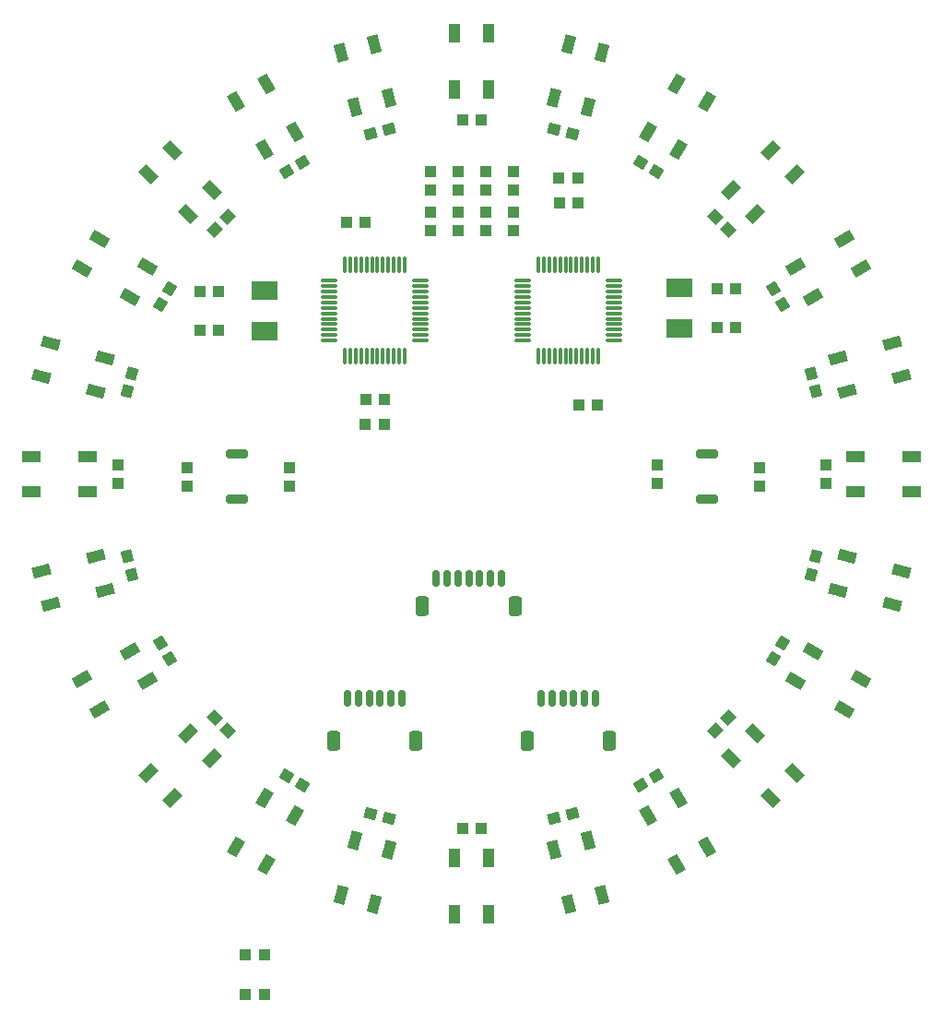
<source format=gtp>
%TF.GenerationSoftware,KiCad,Pcbnew,(6.0.0-0)*%
%TF.CreationDate,2022-03-22T21:17:40+08:00*%
%TF.ProjectId,layer4,6c617965-7234-42e6-9b69-6361645f7063,rev?*%
%TF.SameCoordinates,Original*%
%TF.FileFunction,Paste,Top*%
%TF.FilePolarity,Positive*%
%FSLAX46Y46*%
G04 Gerber Fmt 4.6, Leading zero omitted, Abs format (unit mm)*
G04 Created by KiCad (PCBNEW (6.0.0-0)) date 2022-03-22 21:17:40*
%MOMM*%
%LPD*%
G01*
G04 APERTURE LIST*
G04 Aperture macros list*
%AMRoundRect*
0 Rectangle with rounded corners*
0 $1 Rounding radius*
0 $2 $3 $4 $5 $6 $7 $8 $9 X,Y pos of 4 corners*
0 Add a 4 corners polygon primitive as box body*
4,1,4,$2,$3,$4,$5,$6,$7,$8,$9,$2,$3,0*
0 Add four circle primitives for the rounded corners*
1,1,$1+$1,$2,$3*
1,1,$1+$1,$4,$5*
1,1,$1+$1,$6,$7*
1,1,$1+$1,$8,$9*
0 Add four rect primitives between the rounded corners*
20,1,$1+$1,$2,$3,$4,$5,0*
20,1,$1+$1,$4,$5,$6,$7,0*
20,1,$1+$1,$6,$7,$8,$9,0*
20,1,$1+$1,$8,$9,$2,$3,0*%
%AMRotRect*
0 Rectangle, with rotation*
0 The origin of the aperture is its center*
0 $1 length*
0 $2 width*
0 $3 Rotation angle, in degrees counterclockwise*
0 Add horizontal line*
21,1,$1,$2,0,0,$3*%
G04 Aperture macros list end*
%ADD10R,1.099820X0.998220*%
%ADD11RotRect,1.099820X0.998220X255.000000*%
%ADD12RotRect,1.651000X0.998220X195.000000*%
%ADD13RotRect,1.099820X0.998220X345.000000*%
%ADD14R,0.998220X1.651000*%
%ADD15RoundRect,0.150000X0.150000X0.625000X-0.150000X0.625000X-0.150000X-0.625000X0.150000X-0.625000X0*%
%ADD16RoundRect,0.250000X0.350000X0.650000X-0.350000X0.650000X-0.350000X-0.650000X0.350000X-0.650000X0*%
%ADD17RotRect,1.099820X0.998220X315.000000*%
%ADD18RotRect,1.651000X0.998220X165.000000*%
%ADD19RotRect,1.651000X0.998220X45.000000*%
%ADD20R,0.998220X1.099820*%
%ADD21RotRect,1.099820X0.998220X30.000000*%
%ADD22RotRect,1.099820X0.998220X135.000000*%
%ADD23R,1.651000X0.998220*%
%ADD24RotRect,1.099820X0.998220X300.000000*%
%ADD25RoundRect,0.200000X0.800000X-0.200000X0.800000X0.200000X-0.800000X0.200000X-0.800000X-0.200000X0*%
%ADD26R,0.998220X0.998220*%
%ADD27RotRect,1.651000X0.998220X345.000000*%
%ADD28RotRect,1.651000X0.998220X150.000000*%
%ADD29RotRect,1.099820X0.998220X330.000000*%
%ADD30RotRect,1.651000X0.998220X75.000000*%
%ADD31RotRect,1.099820X0.998220X210.000000*%
%ADD32RotRect,1.651000X0.998220X285.000000*%
%ADD33RotRect,1.099820X0.998220X75.000000*%
%ADD34RotRect,1.099820X0.998220X225.000000*%
%ADD35RoundRect,0.150000X-0.150000X-0.625000X0.150000X-0.625000X0.150000X0.625000X-0.150000X0.625000X0*%
%ADD36RoundRect,0.250000X-0.350000X-0.650000X0.350000X-0.650000X0.350000X0.650000X-0.350000X0.650000X0*%
%ADD37RotRect,1.099820X0.998220X240.000000*%
%ADD38RotRect,1.651000X0.998220X315.000000*%
%ADD39RotRect,1.651000X0.998220X30.000000*%
%ADD40RotRect,1.099820X0.998220X285.000000*%
%ADD41RoundRect,0.109200X0.670800X-0.030800X0.670800X0.030800X-0.670800X0.030800X-0.670800X-0.030800X0*%
%ADD42RoundRect,0.109200X-0.030800X-0.670800X0.030800X-0.670800X0.030800X0.670800X-0.030800X0.670800X0*%
%ADD43RotRect,1.651000X0.998220X210.000000*%
%ADD44RotRect,1.651000X0.998220X105.000000*%
%ADD45RotRect,1.651000X0.998220X240.000000*%
%ADD46RotRect,1.099820X0.998220X120.000000*%
%ADD47RotRect,1.651000X0.998220X255.000000*%
%ADD48RotRect,1.651000X0.998220X15.000000*%
%ADD49RotRect,1.099820X0.998220X15.000000*%
%ADD50RotRect,1.099820X0.998220X45.000000*%
%ADD51RotRect,1.651000X0.998220X300.000000*%
%ADD52RotRect,1.651000X0.998220X330.000000*%
%ADD53RotRect,1.651000X0.998220X60.000000*%
%ADD54R,2.397760X1.699260*%
%ADD55RotRect,1.651000X0.998220X120.000000*%
%ADD56RotRect,1.099820X0.998220X150.000000*%
%ADD57RotRect,1.099820X0.998220X195.000000*%
%ADD58RotRect,1.099820X0.998220X165.000000*%
%ADD59RotRect,1.651000X0.998220X135.000000*%
%ADD60RotRect,1.099820X0.998220X105.000000*%
%ADD61RotRect,1.099820X0.998220X60.000000*%
%ADD62RoundRect,0.109200X-0.670800X0.030800X-0.670800X-0.030800X0.670800X-0.030800X0.670800X0.030800X0*%
%ADD63RoundRect,0.109200X0.030800X0.670800X-0.030800X0.670800X-0.030800X-0.670800X0.030800X-0.670800X0*%
%ADD64RotRect,1.651000X0.998220X225.000000*%
G04 APERTURE END LIST*
D10*
%TO.C,U1C5*%
X149953980Y-87884000D03*
X148257260Y-87884000D03*
%TD*%
D11*
%TO.C,C18*%
X157353752Y-108941272D03*
X156914608Y-110580178D03*
%TD*%
D10*
%TO.C,C13*%
X126578360Y-133858000D03*
X124881640Y-133858000D03*
%TD*%
D12*
%TO.C,D20*%
X165187734Y-92427351D03*
X164360724Y-89340909D03*
X159385124Y-90674117D03*
X160212134Y-93760559D03*
%TD*%
D13*
%TO.C,C24*%
X133325272Y-69722248D03*
X134964178Y-70161392D03*
%TD*%
D14*
%TO.C,D1*%
X127327660Y-60924440D03*
X124132340Y-60924440D03*
X124132340Y-66075560D03*
X127327660Y-66075560D03*
%TD*%
D15*
%TO.C,L4TRJ1*%
X128476000Y-110943000D03*
X127476000Y-110943000D03*
X126476000Y-110943000D03*
X125476000Y-110943000D03*
X124476000Y-110943000D03*
X123476000Y-110943000D03*
X122476000Y-110943000D03*
D16*
X121176000Y-113468000D03*
X129776000Y-113468000D03*
%TD*%
D17*
%TO.C,C22*%
X148119575Y-77756663D03*
X149319337Y-78956425D03*
%TD*%
D18*
%TO.C,D18*%
X164360724Y-113351091D03*
X165187734Y-110264649D03*
X160212134Y-108931441D03*
X159385124Y-112017883D03*
%TD*%
D19*
%TO.C,D10*%
X96017925Y-128798643D03*
X98277357Y-131058075D03*
X101919749Y-127415683D03*
X99660317Y-125156251D03*
%TD*%
D10*
%TO.C,U1C6*%
X149953980Y-84328000D03*
X148257260Y-84328000D03*
%TD*%
D20*
%TO.C,U0C1*%
X129540000Y-73573640D03*
X129540000Y-75270360D03*
%TD*%
D21*
%TO.C,C3*%
X108739299Y-73613962D03*
X110208701Y-72765602D03*
%TD*%
D22*
%TO.C,C10*%
X103340425Y-124935337D03*
X102140663Y-123735575D03*
%TD*%
D23*
%TO.C,D7*%
X85308440Y-99748340D03*
X85308440Y-102943660D03*
X90459560Y-102943660D03*
X90459560Y-99748340D03*
%TD*%
D24*
%TO.C,C21*%
X153462038Y-84355299D03*
X154310398Y-85824701D03*
%TD*%
D25*
%TO.C,U0SW2*%
X104140000Y-103700000D03*
X104140000Y-99500000D03*
%TD*%
D26*
%TO.C,U1D1*%
X133743700Y-74168000D03*
X135496300Y-74168000D03*
%TD*%
D27*
%TO.C,D6*%
X87099276Y-89340909D03*
X86272266Y-92427351D03*
X91247866Y-93760559D03*
X92074876Y-90674117D03*
%TD*%
D28*
%TO.C,D17*%
X159937267Y-122940394D03*
X161534927Y-120173166D03*
X157073927Y-117597606D03*
X155476267Y-120364834D03*
%TD*%
D10*
%TO.C,U0C5*%
X100751640Y-84582000D03*
X102448360Y-84582000D03*
%TD*%
D29*
%TO.C,C23*%
X141251299Y-72765602D03*
X142720701Y-73613962D03*
%TD*%
D14*
%TO.C,D13*%
X124132340Y-141767560D03*
X127327660Y-141767560D03*
X127327660Y-136616440D03*
X124132340Y-136616440D03*
%TD*%
D30*
%TO.C,D12*%
X113724909Y-139976724D03*
X116811351Y-140803734D03*
X118144559Y-135828134D03*
X115058117Y-135001124D03*
%TD*%
D31*
%TO.C,C15*%
X142720701Y-129078038D03*
X141251299Y-129926398D03*
%TD*%
D32*
%TO.C,D2*%
X116811351Y-61888266D03*
X113724909Y-62715276D03*
X115058117Y-67690876D03*
X118144559Y-66863866D03*
%TD*%
D33*
%TO.C,C6*%
X94106248Y-93750728D03*
X94545392Y-92111822D03*
%TD*%
D20*
%TO.C,U1C4*%
X121920000Y-77297280D03*
X121920000Y-78994000D03*
%TD*%
D34*
%TO.C,C16*%
X149319337Y-123735575D03*
X148119575Y-124935337D03*
%TD*%
D35*
%TO.C,U0J1*%
X114340000Y-121952000D03*
X115340000Y-121952000D03*
X116340000Y-121952000D03*
X117340000Y-121952000D03*
X118340000Y-121952000D03*
X119340000Y-121952000D03*
D36*
X120640000Y-125827000D03*
X113040000Y-125827000D03*
%TD*%
D37*
%TO.C,C17*%
X154310398Y-116867299D03*
X153462038Y-118336701D03*
%TD*%
D38*
%TO.C,D4*%
X98277357Y-71633925D03*
X96017925Y-73893357D03*
X99660317Y-77535749D03*
X101919749Y-75276317D03*
%TD*%
D39*
%TO.C,D9*%
X89925073Y-120173166D03*
X91522733Y-122940394D03*
X95983733Y-120364834D03*
X94386073Y-117597606D03*
%TD*%
D40*
%TO.C,C20*%
X156914608Y-92111822D03*
X157353752Y-93750728D03*
%TD*%
D10*
%TO.C,U0C6*%
X100751640Y-88138000D03*
X102448360Y-88138000D03*
%TD*%
D41*
%TO.C,U1*%
X138800000Y-89110000D03*
X138800000Y-88610000D03*
X138800000Y-88110000D03*
X138800000Y-87610000D03*
X138800000Y-87110000D03*
X138800000Y-86610000D03*
X138800000Y-86110000D03*
X138800000Y-85610000D03*
X138800000Y-85110000D03*
X138800000Y-84610000D03*
X138800000Y-84110000D03*
X138800000Y-83610000D03*
D42*
X137370000Y-82180000D03*
X136870000Y-82180000D03*
X136370000Y-82180000D03*
X135870000Y-82180000D03*
X135370000Y-82180000D03*
X134870000Y-82180000D03*
X134370000Y-82180000D03*
X133870000Y-82180000D03*
X133370000Y-82180000D03*
X132870000Y-82180000D03*
X132370000Y-82180000D03*
X131870000Y-82180000D03*
D41*
X130440000Y-83610000D03*
X130440000Y-84110000D03*
X130440000Y-84610000D03*
X130440000Y-85110000D03*
X130440000Y-85610000D03*
X130440000Y-86110000D03*
X130440000Y-86610000D03*
X130440000Y-87110000D03*
X130440000Y-87610000D03*
X130440000Y-88110000D03*
X130440000Y-88610000D03*
X130440000Y-89110000D03*
D42*
X131870000Y-90540000D03*
X132370000Y-90540000D03*
X132870000Y-90540000D03*
X133370000Y-90540000D03*
X133870000Y-90540000D03*
X134370000Y-90540000D03*
X134870000Y-90540000D03*
X135370000Y-90540000D03*
X135870000Y-90540000D03*
X136370000Y-90540000D03*
X136870000Y-90540000D03*
X137370000Y-90540000D03*
%TD*%
D43*
%TO.C,D21*%
X161534927Y-82518834D03*
X159937267Y-79751606D03*
X155476267Y-82327166D03*
X157073927Y-85094394D03*
%TD*%
D10*
%TO.C,IMUR2*%
X104983280Y-149098000D03*
X106680000Y-149098000D03*
%TD*%
D44*
%TO.C,D14*%
X134648649Y-140803734D03*
X137735091Y-139976724D03*
X136401883Y-135001124D03*
X133315441Y-135828134D03*
%TD*%
D45*
%TO.C,D23*%
X147324394Y-67138733D03*
X144557166Y-65541073D03*
X141981606Y-70002073D03*
X144748834Y-71599733D03*
%TD*%
D46*
%TO.C,C9*%
X97997962Y-118336701D03*
X97149602Y-116867299D03*
%TD*%
D20*
%TO.C,U1R2*%
X152146000Y-100751640D03*
X152146000Y-102448360D03*
%TD*%
D35*
%TO.C,U1J1*%
X132120000Y-121952000D03*
X133120000Y-121952000D03*
X134120000Y-121952000D03*
X135120000Y-121952000D03*
X136120000Y-121952000D03*
X137120000Y-121952000D03*
D36*
X130820000Y-125827000D03*
X138420000Y-125827000D03*
%TD*%
D23*
%TO.C,D19*%
X166151560Y-102943660D03*
X166151560Y-99748340D03*
X161000440Y-99748340D03*
X161000440Y-102943660D03*
%TD*%
D25*
%TO.C,U1SW2*%
X147320000Y-103700000D03*
X147320000Y-99500000D03*
%TD*%
D10*
%TO.C,U1R44*%
X137246360Y-94996000D03*
X135549640Y-94996000D03*
%TD*%
D47*
%TO.C,D24*%
X137735091Y-62715276D03*
X134648649Y-61888266D03*
X133315441Y-66863866D03*
X136401883Y-67690876D03*
%TD*%
D48*
%TO.C,D8*%
X86272266Y-110264649D03*
X87099276Y-113351091D03*
X92074876Y-112017883D03*
X91247866Y-108931441D03*
%TD*%
D49*
%TO.C,C2*%
X116495822Y-70161392D03*
X118134728Y-69722248D03*
%TD*%
D50*
%TO.C,C4*%
X102140663Y-78956425D03*
X103340425Y-77756663D03*
%TD*%
D51*
%TO.C,D3*%
X106902834Y-65541073D03*
X104135606Y-67138733D03*
X106711166Y-71599733D03*
X109478394Y-70002073D03*
%TD*%
D52*
%TO.C,D5*%
X91522733Y-79751606D03*
X89925073Y-82518834D03*
X94386073Y-85094394D03*
X95983733Y-82327166D03*
%TD*%
D10*
%TO.C,C1*%
X124881640Y-68834000D03*
X126578360Y-68834000D03*
%TD*%
D53*
%TO.C,D11*%
X104135606Y-135553267D03*
X106902834Y-137150927D03*
X109478394Y-132689927D03*
X106711166Y-131092267D03*
%TD*%
D54*
%TO.C,U0Y1*%
X106680000Y-88209120D03*
X106680000Y-84510880D03*
%TD*%
D55*
%TO.C,D15*%
X144557166Y-137150927D03*
X147324394Y-135553267D03*
X144748834Y-131092267D03*
X141981606Y-132689927D03*
%TD*%
D26*
%TO.C,U0D1*%
X115963700Y-96774000D03*
X117716300Y-96774000D03*
%TD*%
D56*
%TO.C,C11*%
X110208701Y-129926398D03*
X108739299Y-129078038D03*
%TD*%
D20*
%TO.C,U0C3*%
X124460000Y-73573640D03*
X124460000Y-75270360D03*
%TD*%
%TO.C,U0R2*%
X108966000Y-100751640D03*
X108966000Y-102448360D03*
%TD*%
%TO.C,C19*%
X158242000Y-100497640D03*
X158242000Y-102194360D03*
%TD*%
%TO.C,U1C3*%
X124460000Y-77297280D03*
X124460000Y-78994000D03*
%TD*%
D57*
%TO.C,C14*%
X134964178Y-132530608D03*
X133325272Y-132969752D03*
%TD*%
D10*
%TO.C,U1R19*%
X133771640Y-76454000D03*
X135468360Y-76454000D03*
%TD*%
D20*
%TO.C,U0C2*%
X127000000Y-73573640D03*
X127000000Y-75270360D03*
%TD*%
D58*
%TO.C,C12*%
X118134728Y-132969752D03*
X116495822Y-132530608D03*
%TD*%
D10*
%TO.C,U0R19*%
X115991640Y-94519420D03*
X117688360Y-94519420D03*
%TD*%
D59*
%TO.C,D16*%
X153182643Y-131058075D03*
X155442075Y-128798643D03*
X151799683Y-125156251D03*
X149540251Y-127415683D03*
%TD*%
D20*
%TO.C,U1C1*%
X129540000Y-77297280D03*
X129540000Y-78994000D03*
%TD*%
D10*
%TO.C,U0R44*%
X114213640Y-78232000D03*
X115910360Y-78232000D03*
%TD*%
D20*
%TO.C,U0C4*%
X121920000Y-73573640D03*
X121920000Y-75270360D03*
%TD*%
%TO.C,U0R1*%
X99568000Y-102448360D03*
X99568000Y-100751640D03*
%TD*%
D10*
%TO.C,IMUR3*%
X104983280Y-145508000D03*
X106680000Y-145508000D03*
%TD*%
D60*
%TO.C,C8*%
X94545392Y-110580178D03*
X94106248Y-108941272D03*
%TD*%
D61*
%TO.C,C5*%
X97149602Y-85824701D03*
X97997962Y-84355299D03*
%TD*%
D20*
%TO.C,U1R1*%
X142748000Y-102218360D03*
X142748000Y-100521640D03*
%TD*%
D62*
%TO.C,U0*%
X112660000Y-83610000D03*
X112660000Y-84110000D03*
X112660000Y-84610000D03*
X112660000Y-85110000D03*
X112660000Y-85610000D03*
X112660000Y-86110000D03*
X112660000Y-86610000D03*
X112660000Y-87110000D03*
X112660000Y-87610000D03*
X112660000Y-88110000D03*
X112660000Y-88610000D03*
X112660000Y-89110000D03*
D63*
X114090000Y-90540000D03*
X114590000Y-90540000D03*
X115090000Y-90540000D03*
X115590000Y-90540000D03*
X116090000Y-90540000D03*
X116590000Y-90540000D03*
X117090000Y-90540000D03*
X117590000Y-90540000D03*
X118090000Y-90540000D03*
X118590000Y-90540000D03*
X119090000Y-90540000D03*
X119590000Y-90540000D03*
D62*
X121020000Y-89110000D03*
X121020000Y-88610000D03*
X121020000Y-88110000D03*
X121020000Y-87610000D03*
X121020000Y-87110000D03*
X121020000Y-86610000D03*
X121020000Y-86110000D03*
X121020000Y-85610000D03*
X121020000Y-85110000D03*
X121020000Y-84610000D03*
X121020000Y-84110000D03*
X121020000Y-83610000D03*
D63*
X119590000Y-82180000D03*
X119090000Y-82180000D03*
X118590000Y-82180000D03*
X118090000Y-82180000D03*
X117590000Y-82180000D03*
X117090000Y-82180000D03*
X116590000Y-82180000D03*
X116090000Y-82180000D03*
X115590000Y-82180000D03*
X115090000Y-82180000D03*
X114590000Y-82180000D03*
X114090000Y-82180000D03*
%TD*%
D20*
%TO.C,U1C2*%
X127000000Y-77297280D03*
X127000000Y-78994000D03*
%TD*%
D64*
%TO.C,D22*%
X155442075Y-73893357D03*
X153182643Y-71633925D03*
X149540251Y-75276317D03*
X151799683Y-77535749D03*
%TD*%
D20*
%TO.C,C7*%
X93218000Y-102194360D03*
X93218000Y-100497640D03*
%TD*%
D54*
%TO.C,U1Y1*%
X144787620Y-84256880D03*
X144787620Y-87955120D03*
%TD*%
M02*

</source>
